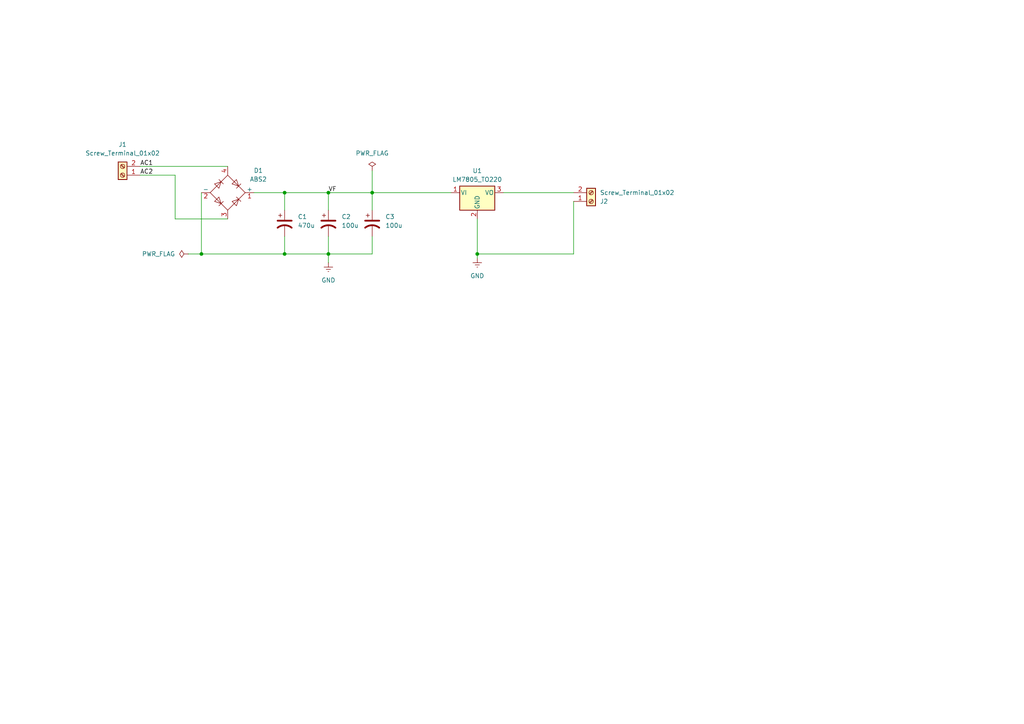
<source format=kicad_sch>
(kicad_sch (version 20231120) (generator "eeschema") (generator_version "8.0")
  (paper "A4")
  (lib_symbols
    (symbol "Connector:Screw_Terminal_01x02" (pin_names (offset 1.016) hide)
      (property "Reference" "J" (at 0 2.54 0))
      (property "Value" "Screw_Terminal_01x02" (at 0 -5.08 0))
      (symbol "Screw_Terminal_01x02_1_1"
        (rectangle (start -1.27 1.27) (end 1.27 -3.81) (stroke (width 0.254)) (fill (type background)))
        (circle (center 0 -2.54) (radius 0.635) (stroke (width 0.1524)))
        (polyline (pts (xy -0.5334 -2.2098) (xy 0.3302 -3.048)) (stroke (width 0.1524)))
        (polyline (pts (xy -0.5334 0.3302) (xy 0.3302 -0.508)) (stroke (width 0.1524)))
        (polyline (pts (xy -0.3556 -2.032) (xy 0.508 -2.8702)) (stroke (width 0.1524)))
        (polyline (pts (xy -0.3556 0.508) (xy 0.508 -0.3302)) (stroke (width 0.1524)))
        (circle (center 0 0) (radius 0.635) (stroke (width 0.1524)))
        (pin passive line (at -5.08 0 0) (length 3.81) (name "Pin_1") (number "1"))
        (pin passive line (at -5.08 -2.54 0) (length 3.81) (name "Pin_2") (number "2"))
      )
    )
    (symbol "Device:C_Polarized_US" (pin_numbers hide) (pin_names (offset 0.254) hide)
      (property "Reference" "C" (at 0.635 2.54 0))
      (property "Value" "C_Polarized_US" (at 0.635 -2.54 0))
      (symbol "C_Polarized_US_0_1"
        (polyline (pts (xy -2.032 0.762) (xy 2.032 0.762)) (stroke (width 0.508)))
        (polyline (pts (xy -1.778 2.286) (xy -0.762 2.286)))
        (polyline (pts (xy -1.27 1.778) (xy -1.27 2.794)))
        (arc (start 2.032 -1.27) (mid 0 -0.5572) (end -2.032 -1.27) (stroke (width 0.508)))
      )
      (symbol "C_Polarized_US_1_1"
        (pin passive line (at 0 3.81 270) (length 2.794) (name "~") (number "1"))
        (pin passive line (at 0 -3.81 90) (length 3.302) (name "~") (number "2"))
      )
    )
    (symbol "Diode_Bridge:ABS2" (pin_names (offset 0))
      (property "Reference" "D" (at 2.54 6.985 0))
      (property "Value" "ABS2" (at 2.54 5.08 0))
      (symbol "ABS2_0_1"
        (polyline (pts (xy -2.54 3.81) (xy -1.27 2.54)))
        (polyline (pts (xy -1.27 -2.54) (xy -2.54 -3.81)))
        (polyline (pts (xy 2.54 -1.27) (xy 3.81 -2.54)))
        (polyline (pts (xy 2.54 1.27) (xy 3.81 2.54)))
        (polyline (pts (xy -3.81 2.54) (xy -2.54 1.27) (xy -1.905 3.175) (xy -3.81 2.54)))
        (polyline (pts (xy -2.54 -1.27) (xy -3.81 -2.54) (xy -1.905 -3.175) (xy -2.54 -1.27)))
        (polyline (pts (xy 1.27 2.54) (xy 2.54 3.81) (xy 3.175 1.905) (xy 1.27 2.54)))
        (polyline (pts (xy 3.175 -1.905) (xy 1.27 -2.54) (xy 2.54 -3.81) (xy 3.175 -1.905)))
        (polyline (pts (xy -5.08 0) (xy 0 -5.08) (xy 5.08 0) (xy 0 5.08) (xy -5.08 0)))
      )
      (symbol "ABS2_1_1"
        (pin passive line (at 7.62 0 180) (length 2.54) (name "+") (number "1"))
        (pin passive line (at -7.62 0 0) (length 2.54) (name "-") (number "2"))
        (pin passive line (at 0 -7.62 90) (length 2.54) (name "~") (number "3"))
        (pin passive line (at 0 7.62 270) (length 2.54) (name "~") (number "4"))
      )
    )
    (symbol "Regulator_Linear:LM7805_TO220" (pin_names (offset 0.254))
      (property "Reference" "U" (at -3.81 3.175 0))
      (property "Value" "LM7805_TO220" (at 0 3.175 0))
      (symbol "LM7805_TO220_0_1"
        (rectangle (start -5.08 1.905) (end 5.08 -5.08) (stroke (width 0.254)) (fill (type background)))
      )
      (symbol "LM7805_TO220_1_1"
        (pin power_in line (at -7.62 0 0) (length 2.54) (name "VI") (number "1"))
        (pin power_in line (at 0 -7.62 90) (length 2.54) (name "GND") (number "2"))
        (pin power_out line (at 7.62 0 180) (length 2.54) (name "VO") (number "3"))
      )
    )
    (symbol "power:Earth" (power) (pin_numbers hide) (pin_names (offset 0) hide)
      (property "Value" "Earth" (at 0 -3.81 0))
      (symbol "Earth_0_1"
        (polyline (pts (xy -0.635 -1.905) (xy 0.635 -1.905)))
        (polyline (pts (xy -0.127 -2.54) (xy 0.127 -2.54)))
        (polyline (pts (xy 0 -1.27) (xy 0 0)))
        (polyline (pts (xy 1.27 -1.27) (xy -1.27 -1.27)))
      )
      (symbol "Earth_1_1"
        (pin power_in line (at 0 0 270) (length 0) (name "~") (number "1"))
      )
    )
    (symbol "power:PWR_FLAG" (power) (pin_numbers hide) (pin_names (offset 0) hide)
      (property "Value" "PWR_FLAG" (at 0 3.81 0))
      (symbol "PWR_FLAG_0_0"
        (pin power_out line (at 0 0 90) (length 0) (name "~") (number "1"))
      )
      (symbol "PWR_FLAG_0_1"
        (polyline (pts (xy 0 0) (xy 0 1.27) (xy -1.016 1.905) (xy 0 2.54) (xy 1.016 1.905) (xy 0 1.27)))
      )
    )
  )
  (junction (at 95.25 73.66))
  (junction (at 107.95 55.88))
  (junction (at 82.55 55.88))
  (junction (at 95.25 55.88))
  (junction (at 58.42 73.66))
  (junction (at 82.55 73.66))
  (junction (at 138.43 73.66))
  (wire (pts (xy 82.55 73.66) (xy 95.25 73.66)))
  (wire (pts (xy 50.8 63.5) (xy 66.04 63.5)))
  (wire (pts (xy 166.37 73.66) (xy 166.37 58.42)))
  (wire (pts (xy 107.95 73.66) (xy 95.25 73.66)))
  (wire (pts (xy 54.61 73.66) (xy 58.42 73.66)))
  (wire (pts (xy 40.64 48.26) (xy 66.04 48.26)))
  (wire (pts (xy 95.25 68.58) (xy 95.25 73.66)))
  (wire (pts (xy 82.55 55.88) (xy 95.25 55.88)))
  (wire (pts (xy 73.66 55.88) (xy 82.55 55.88)))
  (wire (pts (xy 40.64 50.8) (xy 50.8 50.8)))
  (wire (pts (xy 95.25 55.88) (xy 107.95 55.88)))
  (wire (pts (xy 58.42 55.88) (xy 58.42 73.66)))
  (wire (pts (xy 138.43 73.66) (xy 138.43 74.93)))
  (wire (pts (xy 138.43 73.66) (xy 166.37 73.66)))
  (wire (pts (xy 107.95 60.96) (xy 107.95 55.88)))
  (wire (pts (xy 138.43 63.5) (xy 138.43 73.66)))
  (wire (pts (xy 50.8 50.8) (xy 50.8 63.5)))
  (wire (pts (xy 146.05 55.88) (xy 166.37 55.88)))
  (wire (pts (xy 82.55 60.96) (xy 82.55 55.88)))
  (wire (pts (xy 82.55 68.58) (xy 82.55 73.66)))
  (wire (pts (xy 107.95 49.53) (xy 107.95 55.88)))
  (wire (pts (xy 58.42 73.66) (xy 82.55 73.66)))
  (wire (pts (xy 107.95 55.88) (xy 130.81 55.88)))
  (wire (pts (xy 95.25 76.2) (xy 95.25 73.66)))
  (wire (pts (xy 95.25 60.96) (xy 95.25 55.88)))
  (wire (pts (xy 107.95 68.58) (xy 107.95 73.66)))
  (label "VF" (at 95.25 55.88 0))
  (label "AC2" (at 40.64 50.8 0))
  (label "AC1" (at 40.64 48.26 0))
  (symbol (lib_id "Connector:Screw_Terminal_01x02") (at 171.45 58.42 0) (mirror x) (unit 1)
    (property "Reference" "J2" (at 173.99 58.4201 0) (effects (justify left)))
    (property "Value" "Screw_Terminal_01x02" (at 173.99 55.8801 0) (effects (justify left)))
    (property "Footprint" "TerminalBlock:TerminalBlock_Altech_AK300-2_P5.00mm" (effects (hide yes)))
    (property "Description" "Generic screw terminal, single row, 01x02, script generated (kicad-library-utils/schlib/autogen/connector/)" (effects (hide yes)))
  )
  (symbol (lib_id "Device:C_Polarized_US") (at 82.55 64.77 0) (unit 1)
    (property "Reference" "C1" (at 86.36 62.8649 0) (effects (justify left)))
    (property "Value" "470u" (at 86.36 65.4049 0) (effects (justify left)))
    (property "Footprint" "Capacitor_THT:C_Radial_D12.5mm_H20.0mm_P5.00mm" (effects (hide yes)))
    (property "Description" "Polarized capacitor, US symbol" (effects (hide yes)))
  )
  (symbol (lib_id "power:Earth") (at 138.43 74.93 0) (unit 1)
    (property "Reference" "#PWR02" (effects (hide yes)))
    (property "Value" "GND" (at 138.43 80.01 0))
    (property "Description" "Power symbol creates a global label with name \"Earth\"" (effects (hide yes)))
  )
  (symbol (lib_id "Connector:Screw_Terminal_01x02") (at 35.56 50.8 180) (unit 1)
    (property "Reference" "J1" (at 35.56 41.91 0))
    (property "Value" "Screw_Terminal_01x02" (at 35.56 44.45 0))
    (property "Footprint" "TerminalBlock:TerminalBlock_Altech_AK300-2_P5.00mm" (effects (hide yes)))
    (property "Description" "Generic screw terminal, single row, 01x02, script generated (kicad-library-utils/schlib/autogen/connector/)" (effects (hide yes)))
  )
  (symbol (lib_id "Device:C_Polarized_US") (at 107.95 64.77 0) (unit 1)
    (property "Reference" "C3" (at 111.76 62.8649 0) (effects (justify left)))
    (property "Value" "100u" (at 111.76 65.4049 0) (effects (justify left)))
    (property "Footprint" "Capacitor_THT:C_Radial_D6.3mm_H11.0mm_P2.50mm" (effects (hide yes)))
    (property "Description" "Polarized capacitor, US symbol" (effects (hide yes)))
  )
  (symbol (lib_id "Device:C_Polarized_US") (at 95.25 64.77 0) (unit 1)
    (property "Reference" "C2" (at 99.06 62.8649 0) (effects (justify left)))
    (property "Value" "100u" (at 99.06 65.4049 0) (effects (justify left)))
    (property "Footprint" "Capacitor_THT:C_Radial_D6.3mm_H11.0mm_P2.50mm" (effects (hide yes)))
    (property "Description" "Polarized capacitor, US symbol" (effects (hide yes)))
  )
  (symbol (lib_id "Diode_Bridge:ABS2") (at 66.04 55.88 0) (unit 1)
    (property "Reference" "D1" (at 74.93 49.4598 0))
    (property "Value" "ABS2" (at 74.93 51.9998 0))
    (property "Footprint" "Diode_SMD:Diode_Bridge_Diotec_ABS" (effects (hide yes)))
    (property "Datasheet" "https://diotec.com/tl_files/diotec/files/pdf/datasheets/abs2.pdf" (effects (hide yes)))
    (property "Description" "Miniature Glass Passivated Single-Phase Surface Mount Bridge Rectifiers, 140V Vrms, 0.8A If, ABS SMD package" (effects (hide yes)))
  )
  (symbol (lib_id "Regulator_Linear:LM7805_TO220") (at 138.43 55.88 0) (unit 1)
    (property "Reference" "U1" (at 138.43 49.53 0))
    (property "Value" "LM7805_TO220" (at 138.43 52.07 0))
    (property "Footprint" "Package_TO_SOT_THT:TO-220-3_Vertical" (effects (hide yes)))
    (property "Datasheet" "https://www.onsemi.cn/PowerSolutions/document/MC7800-D.PDF" (effects (hide yes)))
    (property "Description" "Positive 1A 35V Linear Regulator, Fixed Output 5V, TO-220" (effects (hide yes)))
  )
  (symbol (lib_id "power:PWR_FLAG") (at 107.95 49.53 0) (unit 1)
    (property "Reference" "#FLG01" (effects (hide yes)))
    (property "Value" "PWR_FLAG" (at 107.95 44.45 0))
    (property "Description" "Special symbol for telling ERC where power comes from" (effects (hide yes)))
  )
  (symbol (lib_id "power:PWR_FLAG") (at 54.61 73.66 90) (unit 1)
    (property "Reference" "#FLG02" (effects (hide yes)))
    (property "Value" "PWR_FLAG" (at 50.8 73.6599 90) (effects (justify left)))
    (property "Description" "Special symbol for telling ERC where power comes from" (effects (hide yes)))
  )
  (symbol (lib_id "power:Earth") (at 95.25 76.2 0) (unit 1)
    (property "Reference" "#PWR01" (effects (hide yes)))
    (property "Value" "GND" (at 95.25 81.28 0))
    (property "Description" "Power symbol creates a global label with name \"Earth\"" (effects (hide yes)))
  )
)
</source>
